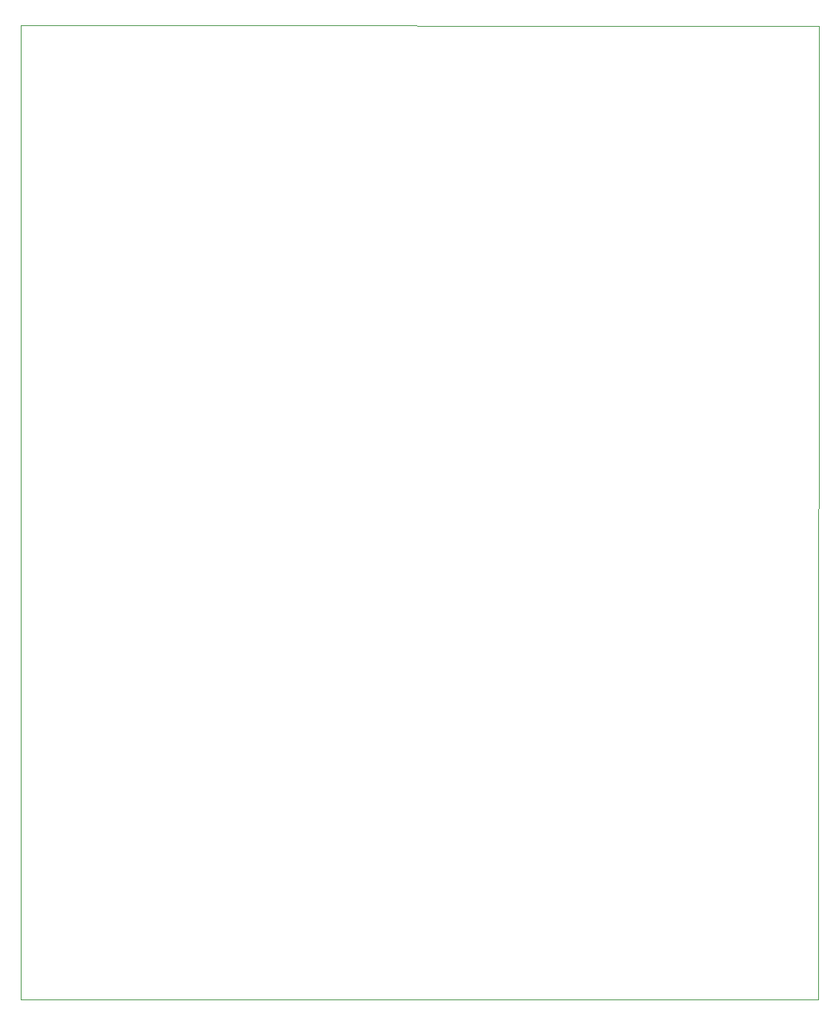
<source format=gbr>
%TF.GenerationSoftware,KiCad,Pcbnew,(5.1.9)-1*%
%TF.CreationDate,2021-03-30T13:50:55+05:30*%
%TF.ProjectId,LightStage,4c696768-7453-4746-9167-652e6b696361,rev?*%
%TF.SameCoordinates,Original*%
%TF.FileFunction,Profile,NP*%
%FSLAX46Y46*%
G04 Gerber Fmt 4.6, Leading zero omitted, Abs format (unit mm)*
G04 Created by KiCad (PCBNEW (5.1.9)-1) date 2021-03-30 13:50:55*
%MOMM*%
%LPD*%
G01*
G04 APERTURE LIST*
%TA.AperFunction,Profile*%
%ADD10C,0.100000*%
%TD*%
G04 APERTURE END LIST*
D10*
X121793000Y-40767000D02*
X121666000Y-151638000D01*
X30734000Y-40640000D02*
X121793000Y-40767000D01*
X30734000Y-151638000D02*
X30734000Y-40640000D01*
X121666000Y-151638000D02*
X30734000Y-151638000D01*
M02*

</source>
